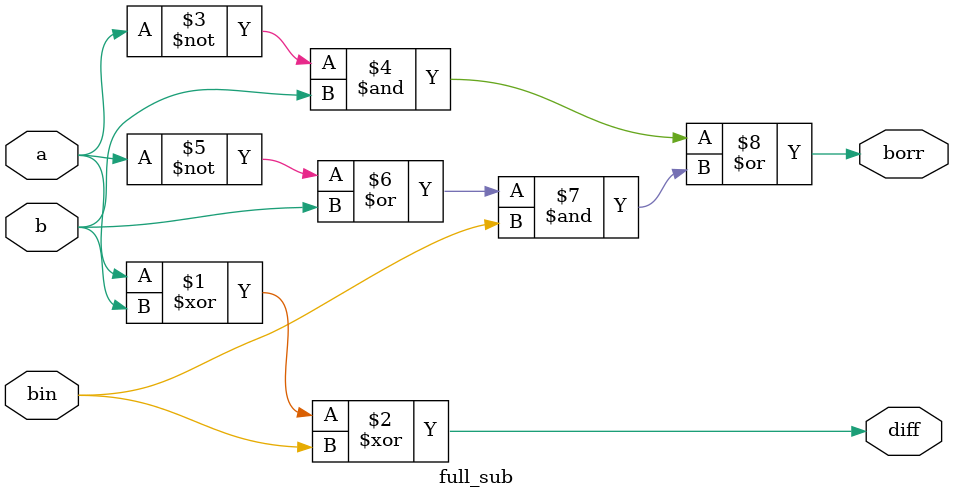
<source format=v>
module full_sub(diff,borr,a,b,bin);
input a,b,bin;
output diff,borr;
assign diff = a^b^bin;
assign borr = (~a&b) | ((~a|b)&bin);
endmodule
</source>
